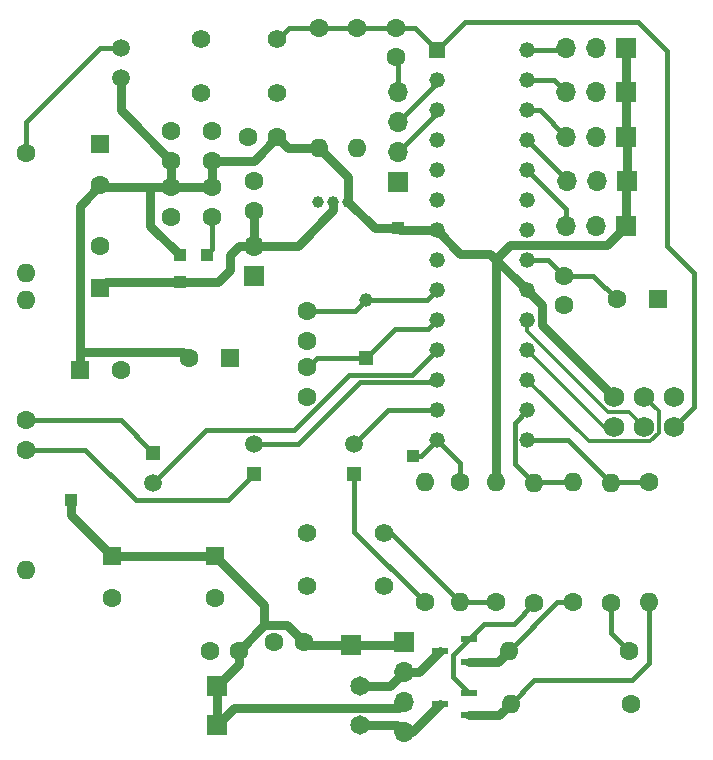
<source format=gbr>
%TF.GenerationSoftware,KiCad,Pcbnew,8.0.5*%
%TF.CreationDate,2024-09-27T23:03:38+12:00*%
%TF.ProjectId,LFR Blake Design 1,4c465220-426c-4616-9b65-204465736967,3*%
%TF.SameCoordinates,Original*%
%TF.FileFunction,Copper,L1,Top*%
%TF.FilePolarity,Positive*%
%FSLAX46Y46*%
G04 Gerber Fmt 4.6, Leading zero omitted, Abs format (unit mm)*
G04 Created by KiCad (PCBNEW 8.0.5) date 2024-09-27 23:03:38*
%MOMM*%
%LPD*%
G01*
G04 APERTURE LIST*
%TA.AperFunction,ComponentPad*%
%ADD10C,1.600000*%
%TD*%
%TA.AperFunction,ComponentPad*%
%ADD11R,1.600000X1.600000*%
%TD*%
%TA.AperFunction,ComponentPad*%
%ADD12R,1.700000X1.700000*%
%TD*%
%TA.AperFunction,ComponentPad*%
%ADD13O,1.700000X1.700000*%
%TD*%
%TA.AperFunction,ComponentPad*%
%ADD14R,1.200000X1.200000*%
%TD*%
%TA.AperFunction,ComponentPad*%
%ADD15C,1.500000*%
%TD*%
%TA.AperFunction,ComponentPad*%
%ADD16R,1.651000X1.651000*%
%TD*%
%TA.AperFunction,ComponentPad*%
%ADD17C,1.651000*%
%TD*%
%TA.AperFunction,ComponentPad*%
%ADD18O,1.600000X1.600000*%
%TD*%
%TA.AperFunction,SMDPad,CuDef*%
%ADD19R,1.320800X0.508000*%
%TD*%
%TA.AperFunction,SMDPad,CuDef*%
%ADD20R,1.000000X1.000000*%
%TD*%
%TA.AperFunction,ComponentPad*%
%ADD21C,1.575000*%
%TD*%
%TA.AperFunction,ComponentPad*%
%ADD22R,1.155000X1.155000*%
%TD*%
%TA.AperFunction,ComponentPad*%
%ADD23C,1.155000*%
%TD*%
%TA.AperFunction,ComponentPad*%
%ADD24R,1.320800X1.320800*%
%TD*%
%TA.AperFunction,ComponentPad*%
%ADD25C,1.320800*%
%TD*%
%TA.AperFunction,ComponentPad*%
%ADD26C,1.000000*%
%TD*%
%TA.AperFunction,ComponentPad*%
%ADD27C,1.752600*%
%TD*%
%TA.AperFunction,Conductor*%
%ADD28C,0.400000*%
%TD*%
%TA.AperFunction,Conductor*%
%ADD29C,0.800000*%
%TD*%
%TA.AperFunction,Conductor*%
%ADD30C,0.200000*%
%TD*%
%TA.AperFunction,Conductor*%
%ADD31C,0.300000*%
%TD*%
G04 APERTURE END LIST*
D10*
%TO.P,C19,1*%
%TO.N,Net-(D8-K)*%
X155250000Y-114250000D03*
%TO.P,C19,2*%
%TO.N,GND*%
X152750000Y-114250000D03*
%TD*%
D11*
%TO.P,EC17,1*%
%TO.N,GND*%
X154500000Y-89500000D03*
D10*
%TO.P,EC17,2*%
%TO.N,AVCC*%
X151000000Y-89500000D03*
%TD*%
D12*
%TO.P,J7,1,Pin_1*%
%TO.N,AVCC*%
X188025000Y-78250000D03*
D13*
%TO.P,J7,2,Pin_2*%
%TO.N,GND*%
X185485000Y-78250000D03*
%TO.P,J7,3,Pin_3*%
%TO.N,Sensor5*%
X182945000Y-78250000D03*
%TD*%
D14*
%TO.P,D2,1,K*%
%TO.N,Net-(D2-K)*%
X148000000Y-97500000D03*
D15*
%TO.P,D2,2,A*%
%TO.N,STAT1*%
X148000000Y-100040000D03*
%TD*%
D16*
%TO.P,D9,1,K*%
%TO.N,Net-(D8-K)*%
X153403300Y-120500000D03*
D17*
%TO.P,D9,2,A*%
%TO.N,Net-(D9-A)*%
X165493700Y-120500000D03*
%TD*%
D10*
%TO.P,R2,1*%
%TO.N,Net-(D2-K)*%
X137250000Y-94750000D03*
D18*
%TO.P,R2,2*%
%TO.N,GND*%
X137250000Y-84590000D03*
%TD*%
D19*
%TO.P,U3,1,1*%
%TO.N,Net-(R11-Pad2)*%
X174693800Y-119700001D03*
%TO.P,U3,2,2*%
%TO.N,GND*%
X174693800Y-117799999D03*
%TO.P,U3,3,3*%
%TO.N,Net-(D9-A)*%
X172306200Y-118750000D03*
%TD*%
D10*
%TO.P,R4,1*%
%TO.N,Net-(D4-K)*%
X171000000Y-110160000D03*
D18*
%TO.P,R4,2*%
%TO.N,GND*%
X171000000Y-100000000D03*
%TD*%
D16*
%TO.P,D8,1,K*%
%TO.N,Net-(D8-K)*%
X153403300Y-117250000D03*
D17*
%TO.P,D8,2,A*%
%TO.N,Net-(D8-A)*%
X165493700Y-117250000D03*
%TD*%
D20*
%TO.P,TP6,1,1*%
%TO.N,UnREG*%
X150250000Y-83000000D03*
%TD*%
D10*
%TO.P,C2,1*%
%TO.N,UnREG*%
X156500000Y-77000000D03*
%TO.P,C2,2*%
%TO.N,GND*%
X156500000Y-74500000D03*
%TD*%
D11*
%TO.P,EC20,1*%
%TO.N,Net-(D8-K)*%
X153250000Y-106250000D03*
D10*
%TO.P,EC20,2*%
%TO.N,GND*%
X153250000Y-109750000D03*
%TD*%
D11*
%TO.P,EC16,1*%
%TO.N,GND*%
X143500000Y-71347349D03*
D10*
%TO.P,EC16,2*%
%TO.N,AVCC*%
X143500000Y-74847349D03*
%TD*%
%TO.P,C5,1*%
%TO.N,AVCC*%
X153000000Y-72750000D03*
%TO.P,C5,2*%
%TO.N,GND*%
X153000000Y-70250000D03*
%TD*%
%TO.P,R5,1*%
%TO.N,Net-(S1-NO_1)*%
X177000000Y-110160000D03*
D18*
%TO.P,R5,2*%
%TO.N,AVCC*%
X177000000Y-100000000D03*
%TD*%
D10*
%TO.P,R9,1*%
%TO.N,RESET*%
X165250000Y-61500000D03*
D18*
%TO.P,R9,2*%
%TO.N,Net-(S2-NO_1)*%
X165250000Y-71660000D03*
%TD*%
D20*
%TO.P,TP3,1,1*%
%TO.N,AVCC*%
X168750000Y-78500000D03*
%TD*%
D10*
%TO.P,R12,1*%
%TO.N,MOTOR_CONTROL*%
X174000000Y-100000000D03*
D18*
%TO.P,R12,2*%
%TO.N,Net-(S1-NO_1)*%
X174000000Y-110160000D03*
%TD*%
D10*
%TO.P,R11,1*%
%TO.N,Motor 1*%
X190000000Y-100000000D03*
D18*
%TO.P,R11,2*%
%TO.N,Net-(R11-Pad2)*%
X190000000Y-110160000D03*
%TD*%
D21*
%TO.P,S1,1,COM_1*%
%TO.N,GND*%
X161000000Y-108750000D03*
%TO.P,S1,2,COM_2*%
%TO.N,unconnected-(S1-COM_2-Pad2)*%
X167500000Y-108750000D03*
%TO.P,S1,3,NO_1*%
%TO.N,Net-(S1-NO_1)*%
X167500000Y-104250000D03*
%TO.P,S1,4,NO_2*%
%TO.N,GND*%
X161000000Y-104250000D03*
%TD*%
D10*
%TO.P,R10,1*%
%TO.N,Net-(R10-Pad1)*%
X183500000Y-110160000D03*
D18*
%TO.P,R10,2*%
%TO.N,Motor 2*%
X183500000Y-100000000D03*
%TD*%
D10*
%TO.P,R8,1*%
%TO.N,GND*%
X188250000Y-114250000D03*
D18*
%TO.P,R8,2*%
%TO.N,Net-(R10-Pad1)*%
X178090000Y-114250000D03*
%TD*%
D10*
%TO.P,R21,1*%
%TO.N,GND*%
X180250000Y-110250000D03*
D18*
%TO.P,R21,2*%
%TO.N,Motor 2*%
X180250000Y-100090000D03*
%TD*%
D10*
%TO.P,C7,1*%
%TO.N,XIN*%
X161000000Y-85500000D03*
%TO.P,C7,2*%
%TO.N,GND*%
X161000000Y-88000000D03*
%TD*%
D19*
%TO.P,U1,1,1*%
%TO.N,Net-(R10-Pad1)*%
X174693800Y-115200001D03*
%TO.P,U1,2,2*%
%TO.N,GND*%
X174693800Y-113299999D03*
%TO.P,U1,3,3*%
%TO.N,Net-(D8-A)*%
X172306200Y-114250000D03*
%TD*%
D10*
%TO.P,Cm2,1*%
%TO.N,AVCC*%
X149500000Y-72750000D03*
%TO.P,Cm2,2*%
%TO.N,GND*%
X149500000Y-70250000D03*
%TD*%
%TO.P,C9,1*%
%TO.N,Net-(IC1-AREF)*%
X182750000Y-82500000D03*
%TO.P,C9,2*%
%TO.N,GND*%
X182750000Y-85000000D03*
%TD*%
D20*
%TO.P,TP5,1,1*%
%TO.N,Net-(D8-K)*%
X141000000Y-101500000D03*
%TD*%
D12*
%TO.P,J5,1,Pin_1*%
%TO.N,AVCC*%
X188080000Y-74475000D03*
D13*
%TO.P,J5,2,Pin_2*%
%TO.N,GND*%
X185540000Y-74475000D03*
%TO.P,J5,3,Pin_3*%
%TO.N,Sensor4*%
X183000000Y-74475000D03*
%TD*%
D12*
%TO.P,J6,1,Pin_1*%
%TO.N,GND*%
X156475000Y-82500000D03*
D13*
%TO.P,J6,2,Pin_2*%
%TO.N,UnREG*%
X156475000Y-79960000D03*
%TD*%
D12*
%TO.P,J8,1,Pin_1*%
%TO.N,Net-(D8-K)*%
X164750000Y-113750000D03*
%TD*%
D10*
%TO.P,C3,1*%
%TO.N,AVCC*%
X158500000Y-70750000D03*
%TO.P,C3,2*%
%TO.N,GND*%
X156000000Y-70750000D03*
%TD*%
D12*
%TO.P,J1,1,Pin_1*%
%TO.N,Net-(D8-K)*%
X169250000Y-113500000D03*
D13*
%TO.P,J1,2,Pin_2*%
%TO.N,Net-(D8-A)*%
X169250000Y-116040000D03*
%TO.P,J1,3,Pin_3*%
%TO.N,Net-(D8-K)*%
X169250000Y-118580000D03*
%TO.P,J1,4,Pin_4*%
%TO.N,Net-(D9-A)*%
X169250000Y-121120000D03*
%TD*%
D10*
%TO.P,R7,1*%
%TO.N,RESET*%
X162000000Y-61500000D03*
D18*
%TO.P,R7,2*%
%TO.N,AVCC*%
X162000000Y-71660000D03*
%TD*%
D11*
%TO.P,EC4,1*%
%TO.N,AVCC*%
X141750000Y-90500000D03*
D10*
%TO.P,EC4,2*%
%TO.N,GND*%
X145250000Y-90500000D03*
%TD*%
%TO.P,C10,1*%
%TO.N,Net-(D8-K)*%
X160750000Y-113500000D03*
%TO.P,C10,2*%
%TO.N,GND*%
X158250000Y-113500000D03*
%TD*%
D12*
%TO.P,J3,1,Pin_1*%
%TO.N,GND*%
X168750000Y-74580000D03*
D13*
%TO.P,J3,2,Pin_2*%
%TO.N,Net-(IC1-(PCINT17{slash}TXD)_PD1)*%
X168750000Y-72040000D03*
%TO.P,J3,3,Pin_3*%
%TO.N,Net-(IC1-(PCINT16{slash}RXD)_PD0)*%
X168750000Y-69500000D03*
%TO.P,J3,4,Pin_4*%
%TO.N,Net-(J3-Pin_4)*%
X168750000Y-66960000D03*
%TD*%
D14*
%TO.P,D3,1,K*%
%TO.N,Net-(D3-K)*%
X156500000Y-99290000D03*
D15*
%TO.P,D3,2,A*%
%TO.N,STAT2*%
X156500000Y-96750000D03*
%TD*%
D10*
%TO.P,C24,1*%
%TO.N,RESET*%
X168500000Y-61500000D03*
%TO.P,C24,2*%
%TO.N,Net-(J3-Pin_4)*%
X168500000Y-64000000D03*
%TD*%
D22*
%TO.P,Y1,1*%
%TO.N,XOUT*%
X166000000Y-89440000D03*
D23*
%TO.P,Y1,2*%
%TO.N,XIN*%
X166000000Y-84560000D03*
%TD*%
D12*
%TO.P,J11,1,Pin_1*%
%TO.N,AVCC*%
X188025000Y-63250000D03*
D13*
%TO.P,J11,2,Pin_2*%
%TO.N,GND*%
X185485000Y-63250000D03*
%TO.P,J11,3,Pin_3*%
%TO.N,Sensor1*%
X182945000Y-63250000D03*
%TD*%
D20*
%TO.P,TP4,1,1*%
%TO.N,MOTOR_CONTROL*%
X170000000Y-97750000D03*
%TD*%
D10*
%TO.P,R3,1*%
%TO.N,Net-(D3-K)*%
X137250000Y-97250000D03*
D18*
%TO.P,R3,2*%
%TO.N,GND*%
X137250000Y-107410000D03*
%TD*%
D24*
%TO.P,IC1,1,(PCINT14/RESET)_PC6*%
%TO.N,RESET*%
X172033686Y-63388903D03*
D25*
%TO.P,IC1,2,(PCINT16/RXD)_PD0*%
%TO.N,Net-(IC1-(PCINT16{slash}RXD)_PD0)*%
X172033686Y-65928903D03*
%TO.P,IC1,3,(PCINT17/TXD)_PD1*%
%TO.N,Net-(IC1-(PCINT17{slash}TXD)_PD1)*%
X172033686Y-68468903D03*
%TO.P,IC1,4,(PCINT18/INT0)_PD2*%
%TO.N,unconnected-(IC1-(PCINT18{slash}INT0)_PD2-Pad4)*%
X172033686Y-71008903D03*
%TO.P,IC1,5,(PCINT19/OC2B/INT1)_PD3*%
%TO.N,unconnected-(IC1-(PCINT19{slash}OC2B{slash}INT1)_PD3-Pad5)*%
X172033686Y-73548903D03*
%TO.P,IC1,6,(PCINT20/XCK/T0)_PD4*%
%TO.N,unconnected-(IC1-(PCINT20{slash}XCK{slash}T0)_PD4-Pad6)*%
X172033686Y-76088903D03*
%TO.P,IC1,7,VCC*%
%TO.N,AVCC*%
X172033686Y-78628903D03*
%TO.P,IC1,8,GND_1*%
%TO.N,GND*%
X172033686Y-81168903D03*
%TO.P,IC1,9,(PCINT6/XTAL1/TOSC1)_PB6*%
%TO.N,XIN*%
X172033686Y-83708903D03*
%TO.P,IC1,10,(PCINT7/XTAL2/TOSC2)_PB7*%
%TO.N,XOUT*%
X172033686Y-86248903D03*
%TO.P,IC1,11,(PCINT21/OC0B/T1)_PD5*%
%TO.N,STAT1*%
X172033686Y-88788903D03*
%TO.P,IC1,12,(PCINT22/OC0A/AIN0)_PD6*%
%TO.N,STAT2*%
X172033686Y-91328903D03*
%TO.P,IC1,13,(PCINT23/AIN1)_PD7*%
%TO.N,STAT3*%
X172033686Y-93868903D03*
%TO.P,IC1,14,(PCINT0/CLKO/ICP1)_PB0*%
%TO.N,MOTOR_CONTROL*%
X172033686Y-96408903D03*
%TO.P,IC1,15,PB1_(OC1A/PCINT1)*%
%TO.N,Motor 1*%
X179653686Y-96408903D03*
%TO.P,IC1,16,PB2_(SS/OC1B/PCINT2)*%
%TO.N,Motor 2*%
X179653686Y-93868903D03*
%TO.P,IC1,17,PB3_(MOSI/OC2A/PCINT3)*%
%TO.N,MOSI*%
X179653686Y-91328903D03*
%TO.P,IC1,18,PB4_(MISO/PCINT4)*%
%TO.N,MISO*%
X179653686Y-88788903D03*
%TO.P,IC1,19,PB5_(SCK/PCINT5)*%
%TO.N,SCK*%
X179653686Y-86248903D03*
%TO.P,IC1,20,AVCC*%
%TO.N,AVCC*%
X179653686Y-83708903D03*
%TO.P,IC1,21,AREF*%
%TO.N,Net-(IC1-AREF)*%
X179653686Y-81168903D03*
%TO.P,IC1,22,GND_2*%
%TO.N,GND*%
X179653686Y-78628903D03*
%TO.P,IC1,23,PC0_(ADC0/PCINT8)*%
%TO.N,unconnected-(IC1-PC0_(ADC0{slash}PCINT8)-Pad23)*%
X179653686Y-76088903D03*
%TO.P,IC1,24,PC1_(ADC1/PCINT9)*%
%TO.N,Sensor5*%
X179653686Y-73548903D03*
%TO.P,IC1,25,PC2_(ADC2/PCINT10)*%
%TO.N,Sensor4*%
X179653686Y-71008903D03*
%TO.P,IC1,26,PC3_(ADC3/PCINT11)*%
%TO.N,Sensor3*%
X179653686Y-68468903D03*
%TO.P,IC1,27,PC4_(ADC4/SDA/PCINT12)*%
%TO.N,Sensor2*%
X179653686Y-65928903D03*
%TO.P,IC1,28,PC5_(ADC5/SCL/PCINT13)*%
%TO.N,Sensor1*%
X179653686Y-63388903D03*
%TD*%
D26*
%TO.P,IC2,1,GND*%
%TO.N,GND*%
X161960000Y-76250000D03*
%TO.P,IC2,2,VIN*%
%TO.N,UnREG*%
X163230000Y-76250000D03*
%TO.P,IC2,3,VOUT*%
%TO.N,AVCC*%
X164500000Y-76250000D03*
%TD*%
D21*
%TO.P,S2,1,COM_1*%
%TO.N,GND*%
X152000000Y-67000000D03*
%TO.P,S2,2,COM_2*%
%TO.N,unconnected-(S2-COM_2-Pad2)*%
X158500000Y-67000000D03*
%TO.P,S2,3,NO_1*%
%TO.N,RESET*%
X158500000Y-62500000D03*
%TO.P,S2,4,NO_2*%
%TO.N,GND*%
X152000000Y-62500000D03*
%TD*%
D11*
%TO.P,EC21,1*%
%TO.N,Net-(D8-K)*%
X144500000Y-106250000D03*
D10*
%TO.P,EC21,2*%
%TO.N,GND*%
X144500000Y-109750000D03*
%TD*%
D15*
%TO.P,D1,1,K*%
%TO.N,Net-(D1-K)*%
X145250000Y-63210000D03*
%TO.P,D1,2,A*%
%TO.N,AVCC*%
X145250000Y-65750000D03*
%TD*%
D20*
%TO.P,TP1,5,1*%
%TO.N,AVCC*%
X150250000Y-80750000D03*
%TD*%
D14*
%TO.P,D4,1,K*%
%TO.N,Net-(D4-K)*%
X165000000Y-99290000D03*
D15*
%TO.P,D4,2,A*%
%TO.N,STAT3*%
X165000000Y-96750000D03*
%TD*%
D11*
%TO.P,EC11,1*%
%TO.N,GND*%
X190750000Y-84500000D03*
D10*
%TO.P,EC11,2*%
%TO.N,Net-(IC1-AREF)*%
X187250000Y-84500000D03*
%TD*%
%TO.P,C8,1*%
%TO.N,XOUT*%
X161000000Y-90250000D03*
%TO.P,C8,2*%
%TO.N,GND*%
X161000000Y-92750000D03*
%TD*%
D12*
%TO.P,J10,1,Pin_1*%
%TO.N,AVCC*%
X188040000Y-66975000D03*
D13*
%TO.P,J10,2,Pin_2*%
%TO.N,GND*%
X185500000Y-66975000D03*
%TO.P,J10,3,Pin_3*%
%TO.N,Sensor2*%
X182960000Y-66975000D03*
%TD*%
D10*
%TO.P,R1,1*%
%TO.N,Net-(D1-K)*%
X137250000Y-72090000D03*
D18*
%TO.P,R1,2*%
%TO.N,GND*%
X137250000Y-82250000D03*
%TD*%
D10*
%TO.P,R22,1*%
%TO.N,GND*%
X186750000Y-110250000D03*
D18*
%TO.P,R22,2*%
%TO.N,Motor 1*%
X186750000Y-100090000D03*
%TD*%
D11*
%TO.P,EC1,1*%
%TO.N,UnREG*%
X143500000Y-83500000D03*
D10*
%TO.P,EC1,2*%
%TO.N,GND*%
X143500000Y-80000000D03*
%TD*%
D20*
%TO.P,TP1,1,1*%
%TO.N,GND*%
X152500000Y-80750000D03*
%TD*%
D10*
%TO.P,C14,1*%
%TO.N,AVCC*%
X149500000Y-75000000D03*
%TO.P,C14,2*%
%TO.N,GND*%
X149500000Y-77500000D03*
%TD*%
%TO.P,Cm1,1*%
%TO.N,AVCC*%
X153000000Y-75000000D03*
%TO.P,Cm1,2*%
%TO.N,GND*%
X153000000Y-77500000D03*
%TD*%
%TO.P,R6,1*%
%TO.N,GND*%
X188410000Y-118750000D03*
D18*
%TO.P,R6,2*%
%TO.N,Net-(R11-Pad2)*%
X178250000Y-118750000D03*
%TD*%
D12*
%TO.P,J9,1,Pin_1*%
%TO.N,AVCC*%
X188040000Y-70725000D03*
D13*
%TO.P,J9,2,Pin_2*%
%TO.N,GND*%
X185500000Y-70725000D03*
%TO.P,J9,3,Pin_3*%
%TO.N,Sensor3*%
X182960000Y-70725000D03*
%TD*%
D27*
%TO.P,J2,1,MISO*%
%TO.N,MISO*%
X187000000Y-95290000D03*
%TO.P,J2,2,VCC*%
%TO.N,AVCC*%
X187000000Y-92750000D03*
%TO.P,J2,3,SCK*%
%TO.N,SCK*%
X189540000Y-95290000D03*
%TO.P,J2,4,MOSI*%
%TO.N,MOSI*%
X189540000Y-92750000D03*
%TO.P,J2,5,~{RST}*%
%TO.N,RESET*%
X192080000Y-95290000D03*
%TO.P,J2,6,GND*%
%TO.N,GND*%
X192080000Y-92750000D03*
%TD*%
D28*
%TO.N,RESET*%
X174422589Y-61000000D02*
X189000000Y-61000000D01*
X191500000Y-63500000D02*
X191500000Y-80000000D01*
X193750000Y-93620000D02*
X192080000Y-95290000D01*
X159500000Y-61500000D02*
X158500000Y-62500000D01*
X170144783Y-61500000D02*
X172033686Y-63388903D01*
X193750000Y-82250000D02*
X193750000Y-93620000D01*
X191500000Y-80000000D02*
X193750000Y-82250000D01*
X189000000Y-61000000D02*
X191500000Y-63500000D01*
X172033686Y-63388903D02*
X174422589Y-61000000D01*
X162000000Y-61500000D02*
X165250000Y-61500000D01*
X162000000Y-61500000D02*
X159500000Y-61500000D01*
X168500000Y-61500000D02*
X170144783Y-61500000D01*
X165250000Y-61500000D02*
X168500000Y-61500000D01*
D29*
%TO.N,AVCC*%
X149500000Y-72750000D02*
X149500000Y-75000000D01*
X145250000Y-65750000D02*
X145250000Y-68500000D01*
X179653686Y-83708903D02*
X180914086Y-84969303D01*
X141750000Y-89000000D02*
X150500000Y-89000000D01*
X168878903Y-78628903D02*
X168750000Y-78500000D01*
X168750000Y-78500000D02*
X166750000Y-78500000D01*
X174000000Y-80620000D02*
X176540000Y-80620000D01*
X188025000Y-78250000D02*
X188025000Y-74530000D01*
X172033686Y-78628903D02*
X168878903Y-78628903D01*
X188025000Y-74530000D02*
X188080000Y-74475000D01*
X156500000Y-72750000D02*
X153000000Y-72750000D01*
X153000000Y-72750000D02*
X153000000Y-75000000D01*
X162000000Y-71660000D02*
X159410000Y-71660000D01*
X153000000Y-75000000D02*
X149500000Y-75000000D01*
X188040000Y-63265000D02*
X188025000Y-63250000D01*
X178171497Y-79908503D02*
X186366497Y-79908503D01*
X143500000Y-74847349D02*
X141750000Y-76597349D01*
X147750000Y-75000000D02*
X143652651Y-75000000D01*
X145250000Y-68500000D02*
X149500000Y-72750000D01*
X176540000Y-80620000D02*
X177000000Y-81080000D01*
X188040000Y-66975000D02*
X188040000Y-63265000D01*
X164500000Y-76250000D02*
X164500000Y-74160000D01*
X186366497Y-79908503D02*
X188025000Y-78250000D01*
X176540000Y-80620000D02*
X179620000Y-83700000D01*
X180914086Y-84969303D02*
X180914086Y-86664086D01*
X188080000Y-74475000D02*
X188080000Y-70765000D01*
X177000000Y-81080000D02*
X177000000Y-100000000D01*
X158500000Y-70750000D02*
X156500000Y-72750000D01*
X147750000Y-75000000D02*
X147750000Y-78250000D01*
X172000000Y-78620000D02*
X174000000Y-80620000D01*
X149500000Y-75000000D02*
X147750000Y-75000000D01*
X141750000Y-76597349D02*
X141750000Y-89000000D01*
X171880000Y-78500000D02*
X172000000Y-78620000D01*
X150500000Y-89000000D02*
X151000000Y-89500000D01*
X188080000Y-70765000D02*
X188040000Y-70725000D01*
X159410000Y-71660000D02*
X158500000Y-70750000D01*
X177000000Y-81080000D02*
X178171497Y-79908503D01*
X164500000Y-74160000D02*
X162000000Y-71660000D01*
X188040000Y-70725000D02*
X188040000Y-66975000D01*
X166750000Y-78500000D02*
X164500000Y-76250000D01*
X141750000Y-89000000D02*
X141750000Y-90500000D01*
X147750000Y-78250000D02*
X150250000Y-80750000D01*
X143652651Y-75000000D02*
X143500000Y-74847349D01*
X180914086Y-86664086D02*
X187000000Y-92750000D01*
D28*
%TO.N,GND*%
X174693800Y-113299999D02*
X174700001Y-113299999D01*
X153000000Y-77500000D02*
X153000000Y-80250000D01*
X173366600Y-116472799D02*
X174693800Y-117799999D01*
X153000000Y-80250000D02*
X152500000Y-80750000D01*
X174693800Y-113299999D02*
X173366600Y-114627199D01*
X173366600Y-114627199D02*
X173366600Y-116472799D01*
X178500000Y-112000000D02*
X180250000Y-110250000D01*
X176000000Y-112000000D02*
X178500000Y-112000000D01*
X186750000Y-110250000D02*
X186750000Y-112750000D01*
X174700001Y-113299999D02*
X176000000Y-112000000D01*
X186750000Y-112750000D02*
X188250000Y-114250000D01*
%TO.N,XIN*%
X166000000Y-84560000D02*
X171140000Y-84560000D01*
D30*
X166100000Y-84460000D02*
X166000000Y-84560000D01*
D28*
X161000000Y-85500000D02*
X165060000Y-85500000D01*
X171140000Y-84560000D02*
X172000000Y-83700000D01*
X165060000Y-85500000D02*
X166000000Y-84560000D01*
%TO.N,XOUT*%
X161810000Y-89440000D02*
X166000000Y-89440000D01*
X161000000Y-90250000D02*
X161810000Y-89440000D01*
X171240000Y-87000000D02*
X172000000Y-86240000D01*
D30*
X165940000Y-89500000D02*
X166000000Y-89440000D01*
D28*
X168440000Y-87000000D02*
X171240000Y-87000000D01*
X168440000Y-87000000D02*
X166000000Y-89440000D01*
%TO.N,Net-(IC1-AREF)*%
X185250000Y-82500000D02*
X187250000Y-84500000D01*
X182750000Y-82500000D02*
X185250000Y-82500000D01*
X181418903Y-81168903D02*
X182750000Y-82500000D01*
X179653686Y-81168903D02*
X181418903Y-81168903D01*
%TO.N,Net-(J3-Pin_4)*%
X168750000Y-64250000D02*
X168500000Y-64000000D01*
X168750000Y-66960000D02*
X168750000Y-64250000D01*
%TO.N,Net-(D1-K)*%
X144040000Y-63210000D02*
X145250000Y-63210000D01*
X143500000Y-63250000D02*
X144000000Y-63250000D01*
X137250000Y-72090000D02*
X137250000Y-69500000D01*
X137250000Y-69500000D02*
X143500000Y-63250000D01*
X144000000Y-63250000D02*
X144040000Y-63210000D01*
%TO.N,Net-(D2-K)*%
X148000000Y-97500000D02*
X145250000Y-94750000D01*
X145250000Y-94750000D02*
X137250000Y-94750000D01*
%TO.N,STAT1*%
X159900000Y-95600000D02*
X152440000Y-95600000D01*
X169922589Y-90900000D02*
X164600000Y-90900000D01*
X164600000Y-90900000D02*
X159900000Y-95600000D01*
X172033686Y-88788903D02*
X169922589Y-90900000D01*
X152440000Y-95600000D02*
X148000000Y-100040000D01*
D30*
%TO.N,STAT2*%
X171820000Y-91500000D02*
X172000000Y-91320000D01*
D28*
X160250000Y-96750000D02*
X156500000Y-96750000D01*
X165500000Y-91500000D02*
X171820000Y-91500000D01*
X165500000Y-91500000D02*
X160250000Y-96750000D01*
%TO.N,Net-(D3-K)*%
X137250000Y-97250000D02*
X142250000Y-97250000D01*
X154290000Y-101500000D02*
X156500000Y-99290000D01*
X146500000Y-101500000D02*
X154290000Y-101500000D01*
X142250000Y-97250000D02*
X146500000Y-101500000D01*
%TO.N,Net-(D4-K)*%
X165000000Y-104160000D02*
X165000000Y-99290000D01*
X171000000Y-110160000D02*
X165000000Y-104160000D01*
%TO.N,STAT3*%
X167881097Y-93868903D02*
X172033686Y-93868903D01*
D30*
X172000000Y-94000000D02*
X171753500Y-93753500D01*
D28*
X165000000Y-96750000D02*
X167881097Y-93868903D01*
D29*
%TO.N,Net-(D8-A)*%
X170516200Y-116040000D02*
X172306200Y-114250000D01*
X169250000Y-116040000D02*
X170516200Y-116040000D01*
X165493700Y-117250000D02*
X168040000Y-117250000D01*
X168040000Y-117250000D02*
X169250000Y-116040000D01*
D31*
%TO.N,MISO*%
X186154783Y-95290000D02*
X187000000Y-95290000D01*
D30*
X179620000Y-88780000D02*
X180240000Y-88780000D01*
D31*
X179653686Y-88788903D02*
X186154783Y-95290000D01*
D28*
%TO.N,Sensor2*%
X181913903Y-65928903D02*
X182960000Y-66975000D01*
X179653686Y-65928903D02*
X181913903Y-65928903D01*
X182781097Y-67153903D02*
X182960000Y-66975000D01*
%TO.N,Motor 1*%
X186840000Y-100000000D02*
X186750000Y-100090000D01*
X190000000Y-100000000D02*
X186840000Y-100000000D01*
X186750000Y-100090000D02*
X183068903Y-96408903D01*
X183068903Y-96408903D02*
X179653686Y-96408903D01*
%TO.N,MOTOR_CONTROL*%
X174000000Y-98375217D02*
X174000000Y-100000000D01*
X170692589Y-97750000D02*
X170000000Y-97750000D01*
X172033686Y-96408903D02*
X170692589Y-97750000D01*
X172033686Y-96408903D02*
X174000000Y-98375217D01*
%TO.N,Net-(IC1-(PCINT16{slash}RXD)_PD0)*%
X168750000Y-69500000D02*
X172033686Y-66216314D01*
X172033686Y-66216314D02*
X172033686Y-65928903D01*
D31*
%TO.N,SCK*%
X179653686Y-86248903D02*
X179653686Y-87182849D01*
X186470837Y-94000000D02*
X188250000Y-94000000D01*
X188250000Y-94000000D02*
X189540000Y-95290000D01*
X179653686Y-87182849D02*
X186470837Y-94000000D01*
D28*
%TO.N,Sensor3*%
X180703903Y-68468903D02*
X182960000Y-70725000D01*
X179653686Y-68468903D02*
X180703903Y-68468903D01*
%TO.N,Sensor4*%
X179653686Y-71008903D02*
X183000000Y-74355217D01*
X183000000Y-74355217D02*
X183000000Y-74475000D01*
D31*
%TO.N,MOSI*%
X190766300Y-93976300D02*
X189540000Y-92750000D01*
X190047951Y-96516300D02*
X190766300Y-95797951D01*
X179653686Y-91328903D02*
X184841083Y-96516300D01*
X190766300Y-95797951D02*
X190766300Y-93976300D01*
X184841083Y-96516300D02*
X190047951Y-96516300D01*
D28*
%TO.N,Sensor5*%
X179653686Y-73548903D02*
X182945000Y-76840217D01*
X182945000Y-76840217D02*
X182945000Y-78250000D01*
%TO.N,Net-(IC1-(PCINT17{slash}TXD)_PD1)*%
X172033686Y-68756314D02*
X172033686Y-68468903D01*
X168750000Y-72040000D02*
X172033686Y-68756314D01*
%TO.N,Motor 2*%
X180340000Y-100000000D02*
X180250000Y-100090000D01*
X178593286Y-98433286D02*
X178593286Y-94929303D01*
X183500000Y-100000000D02*
X180340000Y-100000000D01*
X180250000Y-100090000D02*
X178593286Y-98433286D01*
D30*
X179620000Y-93860000D02*
X180200000Y-93860000D01*
D28*
X178593286Y-94929303D02*
X179653686Y-93868903D01*
%TO.N,Net-(R10-Pad1)*%
X183500000Y-110160000D02*
X182180000Y-110160000D01*
D29*
X177139999Y-115200001D02*
X178090000Y-114250000D01*
D28*
X182180000Y-110160000D02*
X178090000Y-114250000D01*
D29*
X174693800Y-115200001D02*
X177139999Y-115200001D01*
%TO.N,Net-(R11-Pad2)*%
X174693800Y-119700001D02*
X177299999Y-119700001D01*
D28*
X190000000Y-110160000D02*
X190000000Y-115250000D01*
X180250000Y-116750000D02*
X178250000Y-118750000D01*
D29*
X177299999Y-119700001D02*
X178250000Y-118750000D01*
D28*
X188500000Y-116750000D02*
X180250000Y-116750000D01*
X190000000Y-115250000D02*
X188500000Y-116750000D01*
D29*
%TO.N,Net-(D9-A)*%
X169250000Y-121120000D02*
X169936200Y-121120000D01*
X165493700Y-120500000D02*
X168630000Y-120500000D01*
X169936200Y-121120000D02*
X172306200Y-118750000D01*
X168630000Y-120500000D02*
X169250000Y-121120000D01*
%TO.N,UnREG*%
X163230000Y-76250000D02*
X163230000Y-76957106D01*
X150250000Y-83000000D02*
X144000000Y-83000000D01*
X154500000Y-82000000D02*
X153500000Y-83000000D01*
X156475000Y-79960000D02*
X155272919Y-79960000D01*
X154500000Y-80732919D02*
X154500000Y-82000000D01*
X155272919Y-79960000D02*
X154500000Y-80732919D01*
X160227106Y-79960000D02*
X156475000Y-79960000D01*
X153500000Y-83000000D02*
X150250000Y-83000000D01*
X144000000Y-83000000D02*
X143500000Y-83500000D01*
X156475000Y-79960000D02*
X156475000Y-77025000D01*
X156475000Y-77025000D02*
X156500000Y-77000000D01*
X163230000Y-76957106D02*
X160227106Y-79960000D01*
%TO.N,Net-(D8-K)*%
X160750000Y-113500000D02*
X159350000Y-112100000D01*
X141000000Y-101500000D02*
X141000000Y-102750000D01*
X159350000Y-112100000D02*
X157400000Y-112100000D01*
X169000000Y-113750000D02*
X169250000Y-113500000D01*
X157400000Y-112100000D02*
X157400000Y-110400000D01*
X157400000Y-110400000D02*
X153250000Y-106250000D01*
X168755500Y-119074500D02*
X169250000Y-118580000D01*
X155250000Y-114250000D02*
X155250000Y-115403300D01*
X157400000Y-112100000D02*
X155250000Y-114250000D01*
X153403300Y-120500000D02*
X154828800Y-119074500D01*
X141000000Y-102750000D02*
X144500000Y-106250000D01*
X155250000Y-115403300D02*
X153403300Y-117250000D01*
X153403300Y-117250000D02*
X153403300Y-120500000D01*
X161000000Y-113750000D02*
X160750000Y-113500000D01*
X144500000Y-106250000D02*
X153250000Y-106250000D01*
X164750000Y-113750000D02*
X161000000Y-113750000D01*
X154828800Y-119074500D02*
X168755500Y-119074500D01*
X164750000Y-113750000D02*
X169000000Y-113750000D01*
D28*
%TO.N,Sensor1*%
X182806097Y-63388903D02*
X182945000Y-63250000D01*
X179653686Y-63388903D02*
X182806097Y-63388903D01*
%TO.N,Net-(S1-NO_1)*%
X174000000Y-110160000D02*
X177000000Y-110160000D01*
X168090000Y-104250000D02*
X167500000Y-104250000D01*
X174000000Y-110160000D02*
X168090000Y-104250000D01*
%TD*%
M02*

</source>
